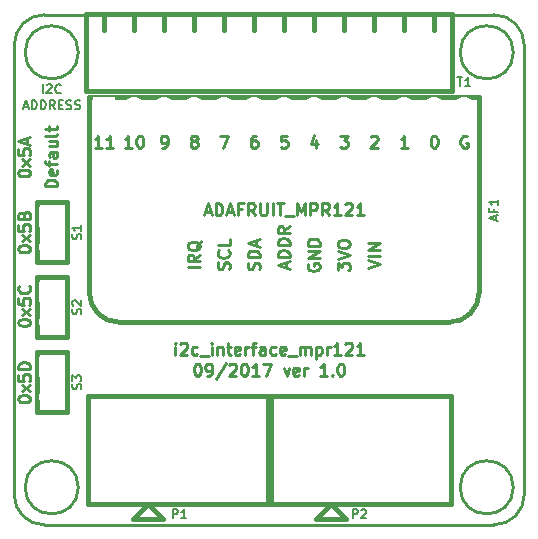
<source format=gto>
%TF.GenerationSoftware,KiCad,Pcbnew,no-vcs-found-427e5ec~60~ubuntu16.04.1*%
%TF.CreationDate,2017-09-22T14:20:22-04:00*%
%TF.ProjectId,i2c_interface_mpr121,6932635F696E746572666163655F6D70,1.0*%
%TF.SameCoordinates,Original*%
%TF.FileFunction,Legend,Top*%
%TF.FilePolarity,Positive*%
%FSLAX46Y46*%
G04 Gerber Fmt 4.6, Leading zero omitted, Abs format (unit mm)*
G04 Created by KiCad (PCBNEW no-vcs-found-427e5ec~60~ubuntu16.04.1) date Fri Sep 22 14:20:22 2017*
%MOMM*%
%LPD*%
G01*
G04 APERTURE LIST*
%ADD10C,0.254000*%
%ADD11C,0.190500*%
%ADD12C,0.228600*%
%ADD13C,0.381000*%
%ADD14R,1.625600X2.133600*%
%ADD15O,1.625600X2.133600*%
%ADD16C,3.250000*%
%ADD17O,1.854200X2.540000*%
%ADD18R,1.854200X2.540000*%
%ADD19O,1.905000X2.540000*%
%ADD20R,1.905000X2.540000*%
%ADD21O,2.286000X1.778000*%
%ADD22R,2.286000X1.778000*%
G04 APERTURE END LIST*
D10*
X101932619Y-115043857D02*
X101932619Y-114947095D01*
X101981000Y-114850333D01*
X102029380Y-114801952D01*
X102126142Y-114753571D01*
X102319666Y-114705190D01*
X102561571Y-114705190D01*
X102755095Y-114753571D01*
X102851857Y-114801952D01*
X102900238Y-114850333D01*
X102948619Y-114947095D01*
X102948619Y-115043857D01*
X102900238Y-115140619D01*
X102851857Y-115189000D01*
X102755095Y-115237380D01*
X102561571Y-115285761D01*
X102319666Y-115285761D01*
X102126142Y-115237380D01*
X102029380Y-115189000D01*
X101981000Y-115140619D01*
X101932619Y-115043857D01*
X102948619Y-114366523D02*
X102271285Y-113834333D01*
X102271285Y-114366523D02*
X102948619Y-113834333D01*
X101932619Y-112963476D02*
X101932619Y-113447285D01*
X102416428Y-113495666D01*
X102368047Y-113447285D01*
X102319666Y-113350523D01*
X102319666Y-113108619D01*
X102368047Y-113011857D01*
X102416428Y-112963476D01*
X102513190Y-112915095D01*
X102755095Y-112915095D01*
X102851857Y-112963476D01*
X102900238Y-113011857D01*
X102948619Y-113108619D01*
X102948619Y-113350523D01*
X102900238Y-113447285D01*
X102851857Y-113495666D01*
X102658333Y-112528047D02*
X102658333Y-112044238D01*
X102948619Y-112624809D02*
X101932619Y-112286142D01*
X102948619Y-111947476D01*
X101932619Y-134166428D02*
X101932619Y-134069666D01*
X101981000Y-133972904D01*
X102029380Y-133924523D01*
X102126142Y-133876142D01*
X102319666Y-133827761D01*
X102561571Y-133827761D01*
X102755095Y-133876142D01*
X102851857Y-133924523D01*
X102900238Y-133972904D01*
X102948619Y-134069666D01*
X102948619Y-134166428D01*
X102900238Y-134263190D01*
X102851857Y-134311571D01*
X102755095Y-134359952D01*
X102561571Y-134408333D01*
X102319666Y-134408333D01*
X102126142Y-134359952D01*
X102029380Y-134311571D01*
X101981000Y-134263190D01*
X101932619Y-134166428D01*
X102948619Y-133489095D02*
X102271285Y-132956904D01*
X102271285Y-133489095D02*
X102948619Y-132956904D01*
X101932619Y-132086047D02*
X101932619Y-132569857D01*
X102416428Y-132618238D01*
X102368047Y-132569857D01*
X102319666Y-132473095D01*
X102319666Y-132231190D01*
X102368047Y-132134428D01*
X102416428Y-132086047D01*
X102513190Y-132037666D01*
X102755095Y-132037666D01*
X102851857Y-132086047D01*
X102900238Y-132134428D01*
X102948619Y-132231190D01*
X102948619Y-132473095D01*
X102900238Y-132569857D01*
X102851857Y-132618238D01*
X102948619Y-131602238D02*
X101932619Y-131602238D01*
X101932619Y-131360333D01*
X101981000Y-131215190D01*
X102077761Y-131118428D01*
X102174523Y-131070047D01*
X102368047Y-131021666D01*
X102513190Y-131021666D01*
X102706714Y-131070047D01*
X102803476Y-131118428D01*
X102900238Y-131215190D01*
X102948619Y-131360333D01*
X102948619Y-131602238D01*
X101932619Y-121466428D02*
X101932619Y-121369666D01*
X101981000Y-121272904D01*
X102029380Y-121224523D01*
X102126142Y-121176142D01*
X102319666Y-121127761D01*
X102561571Y-121127761D01*
X102755095Y-121176142D01*
X102851857Y-121224523D01*
X102900238Y-121272904D01*
X102948619Y-121369666D01*
X102948619Y-121466428D01*
X102900238Y-121563190D01*
X102851857Y-121611571D01*
X102755095Y-121659952D01*
X102561571Y-121708333D01*
X102319666Y-121708333D01*
X102126142Y-121659952D01*
X102029380Y-121611571D01*
X101981000Y-121563190D01*
X101932619Y-121466428D01*
X102948619Y-120789095D02*
X102271285Y-120256904D01*
X102271285Y-120789095D02*
X102948619Y-120256904D01*
X101932619Y-119386047D02*
X101932619Y-119869857D01*
X102416428Y-119918238D01*
X102368047Y-119869857D01*
X102319666Y-119773095D01*
X102319666Y-119531190D01*
X102368047Y-119434428D01*
X102416428Y-119386047D01*
X102513190Y-119337666D01*
X102755095Y-119337666D01*
X102851857Y-119386047D01*
X102900238Y-119434428D01*
X102948619Y-119531190D01*
X102948619Y-119773095D01*
X102900238Y-119869857D01*
X102851857Y-119918238D01*
X102416428Y-118563571D02*
X102464809Y-118418428D01*
X102513190Y-118370047D01*
X102609952Y-118321666D01*
X102755095Y-118321666D01*
X102851857Y-118370047D01*
X102900238Y-118418428D01*
X102948619Y-118515190D01*
X102948619Y-118902238D01*
X101932619Y-118902238D01*
X101932619Y-118563571D01*
X101981000Y-118466809D01*
X102029380Y-118418428D01*
X102126142Y-118370047D01*
X102222904Y-118370047D01*
X102319666Y-118418428D01*
X102368047Y-118466809D01*
X102416428Y-118563571D01*
X102416428Y-118902238D01*
X105234619Y-116132428D02*
X104218619Y-116132428D01*
X104218619Y-115890523D01*
X104267000Y-115745380D01*
X104363761Y-115648619D01*
X104460523Y-115600238D01*
X104654047Y-115551857D01*
X104799190Y-115551857D01*
X104992714Y-115600238D01*
X105089476Y-115648619D01*
X105186238Y-115745380D01*
X105234619Y-115890523D01*
X105234619Y-116132428D01*
X105186238Y-114729380D02*
X105234619Y-114826142D01*
X105234619Y-115019666D01*
X105186238Y-115116428D01*
X105089476Y-115164809D01*
X104702428Y-115164809D01*
X104605666Y-115116428D01*
X104557285Y-115019666D01*
X104557285Y-114826142D01*
X104605666Y-114729380D01*
X104702428Y-114681000D01*
X104799190Y-114681000D01*
X104895952Y-115164809D01*
X104557285Y-114390714D02*
X104557285Y-114003666D01*
X105234619Y-114245571D02*
X104363761Y-114245571D01*
X104267000Y-114197190D01*
X104218619Y-114100428D01*
X104218619Y-114003666D01*
X105234619Y-113229571D02*
X104702428Y-113229571D01*
X104605666Y-113277952D01*
X104557285Y-113374714D01*
X104557285Y-113568238D01*
X104605666Y-113665000D01*
X105186238Y-113229571D02*
X105234619Y-113326333D01*
X105234619Y-113568238D01*
X105186238Y-113665000D01*
X105089476Y-113713380D01*
X104992714Y-113713380D01*
X104895952Y-113665000D01*
X104847571Y-113568238D01*
X104847571Y-113326333D01*
X104799190Y-113229571D01*
X104557285Y-112310333D02*
X105234619Y-112310333D01*
X104557285Y-112745761D02*
X105089476Y-112745761D01*
X105186238Y-112697380D01*
X105234619Y-112600619D01*
X105234619Y-112455476D01*
X105186238Y-112358714D01*
X105137857Y-112310333D01*
X105234619Y-111681380D02*
X105186238Y-111778142D01*
X105089476Y-111826523D01*
X104218619Y-111826523D01*
X104557285Y-111439476D02*
X104557285Y-111052428D01*
X104218619Y-111294333D02*
X105089476Y-111294333D01*
X105186238Y-111245952D01*
X105234619Y-111149190D01*
X105234619Y-111052428D01*
X101932619Y-127689428D02*
X101932619Y-127592666D01*
X101981000Y-127495904D01*
X102029380Y-127447523D01*
X102126142Y-127399142D01*
X102319666Y-127350761D01*
X102561571Y-127350761D01*
X102755095Y-127399142D01*
X102851857Y-127447523D01*
X102900238Y-127495904D01*
X102948619Y-127592666D01*
X102948619Y-127689428D01*
X102900238Y-127786190D01*
X102851857Y-127834571D01*
X102755095Y-127882952D01*
X102561571Y-127931333D01*
X102319666Y-127931333D01*
X102126142Y-127882952D01*
X102029380Y-127834571D01*
X101981000Y-127786190D01*
X101932619Y-127689428D01*
X102948619Y-127012095D02*
X102271285Y-126479904D01*
X102271285Y-127012095D02*
X102948619Y-126479904D01*
X101932619Y-125609047D02*
X101932619Y-126092857D01*
X102416428Y-126141238D01*
X102368047Y-126092857D01*
X102319666Y-125996095D01*
X102319666Y-125754190D01*
X102368047Y-125657428D01*
X102416428Y-125609047D01*
X102513190Y-125560666D01*
X102755095Y-125560666D01*
X102851857Y-125609047D01*
X102900238Y-125657428D01*
X102948619Y-125754190D01*
X102948619Y-125996095D01*
X102900238Y-126092857D01*
X102851857Y-126141238D01*
X102851857Y-124544666D02*
X102900238Y-124593047D01*
X102948619Y-124738190D01*
X102948619Y-124834952D01*
X102900238Y-124980095D01*
X102803476Y-125076857D01*
X102706714Y-125125238D01*
X102513190Y-125173619D01*
X102368047Y-125173619D01*
X102174523Y-125125238D01*
X102077761Y-125076857D01*
X101981000Y-124980095D01*
X101932619Y-124834952D01*
X101932619Y-124738190D01*
X101981000Y-124593047D01*
X102029380Y-124544666D01*
D11*
X104031142Y-108262964D02*
X104031142Y-107500964D01*
X104357714Y-107573535D02*
X104394000Y-107537250D01*
X104466571Y-107500964D01*
X104648000Y-107500964D01*
X104720571Y-107537250D01*
X104756857Y-107573535D01*
X104793142Y-107646107D01*
X104793142Y-107718678D01*
X104756857Y-107827535D01*
X104321428Y-108262964D01*
X104793142Y-108262964D01*
X105555142Y-108190392D02*
X105518857Y-108226678D01*
X105410000Y-108262964D01*
X105337428Y-108262964D01*
X105228571Y-108226678D01*
X105156000Y-108154107D01*
X105119714Y-108081535D01*
X105083428Y-107936392D01*
X105083428Y-107827535D01*
X105119714Y-107682392D01*
X105156000Y-107609821D01*
X105228571Y-107537250D01*
X105337428Y-107500964D01*
X105410000Y-107500964D01*
X105518857Y-107537250D01*
X105555142Y-107573535D01*
X102380142Y-109378750D02*
X102743000Y-109378750D01*
X102307571Y-109596464D02*
X102561571Y-108834464D01*
X102815571Y-109596464D01*
X103069571Y-109596464D02*
X103069571Y-108834464D01*
X103251000Y-108834464D01*
X103359857Y-108870750D01*
X103432428Y-108943321D01*
X103468714Y-109015892D01*
X103505000Y-109161035D01*
X103505000Y-109269892D01*
X103468714Y-109415035D01*
X103432428Y-109487607D01*
X103359857Y-109560178D01*
X103251000Y-109596464D01*
X103069571Y-109596464D01*
X103831571Y-109596464D02*
X103831571Y-108834464D01*
X104013000Y-108834464D01*
X104121857Y-108870750D01*
X104194428Y-108943321D01*
X104230714Y-109015892D01*
X104267000Y-109161035D01*
X104267000Y-109269892D01*
X104230714Y-109415035D01*
X104194428Y-109487607D01*
X104121857Y-109560178D01*
X104013000Y-109596464D01*
X103831571Y-109596464D01*
X105029000Y-109596464D02*
X104775000Y-109233607D01*
X104593571Y-109596464D02*
X104593571Y-108834464D01*
X104883857Y-108834464D01*
X104956428Y-108870750D01*
X104992714Y-108907035D01*
X105029000Y-108979607D01*
X105029000Y-109088464D01*
X104992714Y-109161035D01*
X104956428Y-109197321D01*
X104883857Y-109233607D01*
X104593571Y-109233607D01*
X105355571Y-109197321D02*
X105609571Y-109197321D01*
X105718428Y-109596464D02*
X105355571Y-109596464D01*
X105355571Y-108834464D01*
X105718428Y-108834464D01*
X106008714Y-109560178D02*
X106117571Y-109596464D01*
X106299000Y-109596464D01*
X106371571Y-109560178D01*
X106407857Y-109523892D01*
X106444142Y-109451321D01*
X106444142Y-109378750D01*
X106407857Y-109306178D01*
X106371571Y-109269892D01*
X106299000Y-109233607D01*
X106153857Y-109197321D01*
X106081285Y-109161035D01*
X106045000Y-109124750D01*
X106008714Y-109052178D01*
X106008714Y-108979607D01*
X106045000Y-108907035D01*
X106081285Y-108870750D01*
X106153857Y-108834464D01*
X106335285Y-108834464D01*
X106444142Y-108870750D01*
X106734428Y-109560178D02*
X106843285Y-109596464D01*
X107024714Y-109596464D01*
X107097285Y-109560178D01*
X107133571Y-109523892D01*
X107169857Y-109451321D01*
X107169857Y-109378750D01*
X107133571Y-109306178D01*
X107097285Y-109269892D01*
X107024714Y-109233607D01*
X106879571Y-109197321D01*
X106807000Y-109161035D01*
X106770714Y-109124750D01*
X106734428Y-109052178D01*
X106734428Y-108979607D01*
X106770714Y-108907035D01*
X106807000Y-108870750D01*
X106879571Y-108834464D01*
X107061000Y-108834464D01*
X107169857Y-108870750D01*
D12*
X142240000Y-101600000D02*
X104140000Y-101600000D01*
X144780000Y-142240000D02*
X144780000Y-104140000D01*
X104140000Y-144780000D02*
X142240000Y-144780000D01*
X101600000Y-104140000D02*
X101600000Y-142240000D01*
X144780000Y-104140000D02*
G75*
G03X142240000Y-101600000I-2540000J0D01*
G01*
X142240000Y-144780000D02*
G75*
G03X144780000Y-142240000I0J2540000D01*
G01*
X101600000Y-142240000D02*
G75*
G03X104140000Y-144780000I2540000J0D01*
G01*
X104140000Y-101600000D02*
G75*
G03X101600000Y-104140000I0J-2540000D01*
G01*
D10*
X115231333Y-130380619D02*
X115231333Y-129703285D01*
X115231333Y-129364619D02*
X115182952Y-129413000D01*
X115231333Y-129461380D01*
X115279714Y-129413000D01*
X115231333Y-129364619D01*
X115231333Y-129461380D01*
X115666761Y-129461380D02*
X115715142Y-129413000D01*
X115811904Y-129364619D01*
X116053809Y-129364619D01*
X116150571Y-129413000D01*
X116198952Y-129461380D01*
X116247333Y-129558142D01*
X116247333Y-129654904D01*
X116198952Y-129800047D01*
X115618380Y-130380619D01*
X116247333Y-130380619D01*
X117118190Y-130332238D02*
X117021428Y-130380619D01*
X116827904Y-130380619D01*
X116731142Y-130332238D01*
X116682761Y-130283857D01*
X116634380Y-130187095D01*
X116634380Y-129896809D01*
X116682761Y-129800047D01*
X116731142Y-129751666D01*
X116827904Y-129703285D01*
X117021428Y-129703285D01*
X117118190Y-129751666D01*
X117311714Y-130477380D02*
X118085809Y-130477380D01*
X118327714Y-130380619D02*
X118327714Y-129703285D01*
X118327714Y-129364619D02*
X118279333Y-129413000D01*
X118327714Y-129461380D01*
X118376095Y-129413000D01*
X118327714Y-129364619D01*
X118327714Y-129461380D01*
X118811523Y-129703285D02*
X118811523Y-130380619D01*
X118811523Y-129800047D02*
X118859904Y-129751666D01*
X118956666Y-129703285D01*
X119101809Y-129703285D01*
X119198571Y-129751666D01*
X119246952Y-129848428D01*
X119246952Y-130380619D01*
X119585619Y-129703285D02*
X119972666Y-129703285D01*
X119730761Y-129364619D02*
X119730761Y-130235476D01*
X119779142Y-130332238D01*
X119875904Y-130380619D01*
X119972666Y-130380619D01*
X120698380Y-130332238D02*
X120601619Y-130380619D01*
X120408095Y-130380619D01*
X120311333Y-130332238D01*
X120262952Y-130235476D01*
X120262952Y-129848428D01*
X120311333Y-129751666D01*
X120408095Y-129703285D01*
X120601619Y-129703285D01*
X120698380Y-129751666D01*
X120746761Y-129848428D01*
X120746761Y-129945190D01*
X120262952Y-130041952D01*
X121182190Y-130380619D02*
X121182190Y-129703285D01*
X121182190Y-129896809D02*
X121230571Y-129800047D01*
X121278952Y-129751666D01*
X121375714Y-129703285D01*
X121472476Y-129703285D01*
X121666000Y-129703285D02*
X122053047Y-129703285D01*
X121811142Y-130380619D02*
X121811142Y-129509761D01*
X121859523Y-129413000D01*
X121956285Y-129364619D01*
X122053047Y-129364619D01*
X122827142Y-130380619D02*
X122827142Y-129848428D01*
X122778761Y-129751666D01*
X122682000Y-129703285D01*
X122488476Y-129703285D01*
X122391714Y-129751666D01*
X122827142Y-130332238D02*
X122730380Y-130380619D01*
X122488476Y-130380619D01*
X122391714Y-130332238D01*
X122343333Y-130235476D01*
X122343333Y-130138714D01*
X122391714Y-130041952D01*
X122488476Y-129993571D01*
X122730380Y-129993571D01*
X122827142Y-129945190D01*
X123746380Y-130332238D02*
X123649619Y-130380619D01*
X123456095Y-130380619D01*
X123359333Y-130332238D01*
X123310952Y-130283857D01*
X123262571Y-130187095D01*
X123262571Y-129896809D01*
X123310952Y-129800047D01*
X123359333Y-129751666D01*
X123456095Y-129703285D01*
X123649619Y-129703285D01*
X123746380Y-129751666D01*
X124568857Y-130332238D02*
X124472095Y-130380619D01*
X124278571Y-130380619D01*
X124181809Y-130332238D01*
X124133428Y-130235476D01*
X124133428Y-129848428D01*
X124181809Y-129751666D01*
X124278571Y-129703285D01*
X124472095Y-129703285D01*
X124568857Y-129751666D01*
X124617238Y-129848428D01*
X124617238Y-129945190D01*
X124133428Y-130041952D01*
X124810761Y-130477380D02*
X125584857Y-130477380D01*
X125826761Y-130380619D02*
X125826761Y-129703285D01*
X125826761Y-129800047D02*
X125875142Y-129751666D01*
X125971904Y-129703285D01*
X126117047Y-129703285D01*
X126213809Y-129751666D01*
X126262190Y-129848428D01*
X126262190Y-130380619D01*
X126262190Y-129848428D02*
X126310571Y-129751666D01*
X126407333Y-129703285D01*
X126552476Y-129703285D01*
X126649238Y-129751666D01*
X126697619Y-129848428D01*
X126697619Y-130380619D01*
X127181428Y-129703285D02*
X127181428Y-130719285D01*
X127181428Y-129751666D02*
X127278190Y-129703285D01*
X127471714Y-129703285D01*
X127568476Y-129751666D01*
X127616857Y-129800047D01*
X127665238Y-129896809D01*
X127665238Y-130187095D01*
X127616857Y-130283857D01*
X127568476Y-130332238D01*
X127471714Y-130380619D01*
X127278190Y-130380619D01*
X127181428Y-130332238D01*
X128100666Y-130380619D02*
X128100666Y-129703285D01*
X128100666Y-129896809D02*
X128149047Y-129800047D01*
X128197428Y-129751666D01*
X128294190Y-129703285D01*
X128390952Y-129703285D01*
X129261809Y-130380619D02*
X128681238Y-130380619D01*
X128971523Y-130380619D02*
X128971523Y-129364619D01*
X128874761Y-129509761D01*
X128778000Y-129606523D01*
X128681238Y-129654904D01*
X129648857Y-129461380D02*
X129697238Y-129413000D01*
X129794000Y-129364619D01*
X130035904Y-129364619D01*
X130132666Y-129413000D01*
X130181047Y-129461380D01*
X130229428Y-129558142D01*
X130229428Y-129654904D01*
X130181047Y-129800047D01*
X129600476Y-130380619D01*
X130229428Y-130380619D01*
X131197047Y-130380619D02*
X130616476Y-130380619D01*
X130906761Y-130380619D02*
X130906761Y-129364619D01*
X130810000Y-129509761D01*
X130713238Y-129606523D01*
X130616476Y-129654904D01*
X117069809Y-131142619D02*
X117166571Y-131142619D01*
X117263333Y-131191000D01*
X117311714Y-131239380D01*
X117360095Y-131336142D01*
X117408476Y-131529666D01*
X117408476Y-131771571D01*
X117360095Y-131965095D01*
X117311714Y-132061857D01*
X117263333Y-132110238D01*
X117166571Y-132158619D01*
X117069809Y-132158619D01*
X116973047Y-132110238D01*
X116924666Y-132061857D01*
X116876285Y-131965095D01*
X116827904Y-131771571D01*
X116827904Y-131529666D01*
X116876285Y-131336142D01*
X116924666Y-131239380D01*
X116973047Y-131191000D01*
X117069809Y-131142619D01*
X117892285Y-132158619D02*
X118085809Y-132158619D01*
X118182571Y-132110238D01*
X118230952Y-132061857D01*
X118327714Y-131916714D01*
X118376095Y-131723190D01*
X118376095Y-131336142D01*
X118327714Y-131239380D01*
X118279333Y-131191000D01*
X118182571Y-131142619D01*
X117989047Y-131142619D01*
X117892285Y-131191000D01*
X117843904Y-131239380D01*
X117795523Y-131336142D01*
X117795523Y-131578047D01*
X117843904Y-131674809D01*
X117892285Y-131723190D01*
X117989047Y-131771571D01*
X118182571Y-131771571D01*
X118279333Y-131723190D01*
X118327714Y-131674809D01*
X118376095Y-131578047D01*
X119537238Y-131094238D02*
X118666380Y-132400523D01*
X119827523Y-131239380D02*
X119875904Y-131191000D01*
X119972666Y-131142619D01*
X120214571Y-131142619D01*
X120311333Y-131191000D01*
X120359714Y-131239380D01*
X120408095Y-131336142D01*
X120408095Y-131432904D01*
X120359714Y-131578047D01*
X119779142Y-132158619D01*
X120408095Y-132158619D01*
X121037047Y-131142619D02*
X121133809Y-131142619D01*
X121230571Y-131191000D01*
X121278952Y-131239380D01*
X121327333Y-131336142D01*
X121375714Y-131529666D01*
X121375714Y-131771571D01*
X121327333Y-131965095D01*
X121278952Y-132061857D01*
X121230571Y-132110238D01*
X121133809Y-132158619D01*
X121037047Y-132158619D01*
X120940285Y-132110238D01*
X120891904Y-132061857D01*
X120843523Y-131965095D01*
X120795142Y-131771571D01*
X120795142Y-131529666D01*
X120843523Y-131336142D01*
X120891904Y-131239380D01*
X120940285Y-131191000D01*
X121037047Y-131142619D01*
X122343333Y-132158619D02*
X121762761Y-132158619D01*
X122053047Y-132158619D02*
X122053047Y-131142619D01*
X121956285Y-131287761D01*
X121859523Y-131384523D01*
X121762761Y-131432904D01*
X122682000Y-131142619D02*
X123359333Y-131142619D01*
X122923904Y-132158619D01*
X124423714Y-131481285D02*
X124665619Y-132158619D01*
X124907523Y-131481285D01*
X125681619Y-132110238D02*
X125584857Y-132158619D01*
X125391333Y-132158619D01*
X125294571Y-132110238D01*
X125246190Y-132013476D01*
X125246190Y-131626428D01*
X125294571Y-131529666D01*
X125391333Y-131481285D01*
X125584857Y-131481285D01*
X125681619Y-131529666D01*
X125730000Y-131626428D01*
X125730000Y-131723190D01*
X125246190Y-131819952D01*
X126165428Y-132158619D02*
X126165428Y-131481285D01*
X126165428Y-131674809D02*
X126213809Y-131578047D01*
X126262190Y-131529666D01*
X126358952Y-131481285D01*
X126455714Y-131481285D01*
X128100666Y-132158619D02*
X127520095Y-132158619D01*
X127810380Y-132158619D02*
X127810380Y-131142619D01*
X127713619Y-131287761D01*
X127616857Y-131384523D01*
X127520095Y-131432904D01*
X128536095Y-132061857D02*
X128584476Y-132110238D01*
X128536095Y-132158619D01*
X128487714Y-132110238D01*
X128536095Y-132061857D01*
X128536095Y-132158619D01*
X129213428Y-131142619D02*
X129310190Y-131142619D01*
X129406952Y-131191000D01*
X129455333Y-131239380D01*
X129503714Y-131336142D01*
X129552095Y-131529666D01*
X129552095Y-131771571D01*
X129503714Y-131965095D01*
X129455333Y-132061857D01*
X129406952Y-132110238D01*
X129310190Y-132158619D01*
X129213428Y-132158619D01*
X129116666Y-132110238D01*
X129068285Y-132061857D01*
X129019904Y-131965095D01*
X128971523Y-131771571D01*
X128971523Y-131529666D01*
X129019904Y-131336142D01*
X129068285Y-131239380D01*
X129116666Y-131191000D01*
X129213428Y-131142619D01*
D13*
%TO.C,P1*%
X123063000Y-133858000D02*
X107823000Y-133858000D01*
X107823000Y-143002000D02*
X123063000Y-143002000D01*
X123063000Y-143002000D02*
X123063000Y-133858000D01*
X107823000Y-143002000D02*
X107823000Y-133858000D01*
X112903000Y-143002000D02*
X111633000Y-144272000D01*
X111633000Y-144272000D02*
X114173000Y-144272000D01*
X114173000Y-144272000D02*
X112903000Y-143002000D01*
%TO.C,P2*%
X129667000Y-144272000D02*
X128397000Y-143002000D01*
X127127000Y-144272000D02*
X129667000Y-144272000D01*
X128397000Y-143002000D02*
X127127000Y-144272000D01*
X123317000Y-143002000D02*
X123317000Y-133858000D01*
X138557000Y-143002000D02*
X138557000Y-133858000D01*
X123317000Y-143002000D02*
X138557000Y-143002000D01*
X138557000Y-133858000D02*
X123317000Y-133858000D01*
D12*
%TO.C,SO1*%
X107025000Y-104775000D02*
G75*
G03X107025000Y-104775000I-2250000J0D01*
G01*
%TO.C,SO2*%
X107025000Y-141605000D02*
G75*
G03X107025000Y-141605000I-2250000J0D01*
G01*
%TO.C,SO3*%
X143855000Y-141605000D02*
G75*
G03X143855000Y-141605000I-2250000J0D01*
G01*
%TO.C,SO4*%
X143855000Y-104775000D02*
G75*
G03X143855000Y-104775000I-2250000J0D01*
G01*
D13*
%TO.C,AF1*%
X140970000Y-125095000D02*
X140970000Y-108585000D01*
X110490000Y-127635000D02*
X138430000Y-127635000D01*
X107950000Y-108585000D02*
X107950000Y-125095000D01*
X138430000Y-127635000D02*
G75*
G03X140970000Y-125095000I0J2540000D01*
G01*
X107950000Y-125095000D02*
G75*
G03X110490000Y-127635000I2540000J0D01*
G01*
X107950000Y-108585000D02*
X140970000Y-108585000D01*
%TO.C,T1*%
X107720000Y-101575000D02*
X138660000Y-101575000D01*
X138660000Y-101575000D02*
X138660000Y-108075000D01*
X107720000Y-108075000D02*
X138660000Y-108075000D01*
X107720000Y-101575000D02*
X107720000Y-108075000D01*
X137160000Y-102870000D02*
X137160000Y-101600000D01*
X134620000Y-102870000D02*
X134620000Y-101600000D01*
X132080000Y-102870000D02*
X132080000Y-101600000D01*
X129540000Y-102870000D02*
X129540000Y-101600000D01*
X127000000Y-102870000D02*
X127000000Y-101600000D01*
X124460000Y-102870000D02*
X124460000Y-101600000D01*
X121920000Y-102870000D02*
X121920000Y-101600000D01*
X119380000Y-102870000D02*
X119380000Y-101600000D01*
X116840000Y-102870000D02*
X116840000Y-101600000D01*
X114300000Y-102870000D02*
X114300000Y-101600000D01*
X111760000Y-102870000D02*
X111760000Y-101600000D01*
X109220000Y-102870000D02*
X109220000Y-101600000D01*
%TO.C,S1*%
X103505000Y-117475000D02*
X103505000Y-122555000D01*
X106045000Y-117475000D02*
X103505000Y-117475000D01*
X106045000Y-122555000D02*
X106045000Y-117475000D01*
X103505000Y-122555000D02*
X106045000Y-122555000D01*
%TO.C,S2*%
X103505000Y-128905000D02*
X106045000Y-128905000D01*
X106045000Y-128905000D02*
X106045000Y-123825000D01*
X106045000Y-123825000D02*
X103505000Y-123825000D01*
X103505000Y-123825000D02*
X103505000Y-128905000D01*
%TO.C,S3*%
X103505000Y-130175000D02*
X103505000Y-135255000D01*
X106045000Y-130175000D02*
X103505000Y-130175000D01*
X106045000Y-135255000D02*
X106045000Y-130175000D01*
X103505000Y-135255000D02*
X106045000Y-135255000D01*
%TD*%
%TO.C,P1*%
D11*
X115007571Y-144235714D02*
X115007571Y-143473714D01*
X115297857Y-143473714D01*
X115370428Y-143510000D01*
X115406714Y-143546285D01*
X115443000Y-143618857D01*
X115443000Y-143727714D01*
X115406714Y-143800285D01*
X115370428Y-143836571D01*
X115297857Y-143872857D01*
X115007571Y-143872857D01*
X116168714Y-144235714D02*
X115733285Y-144235714D01*
X115951000Y-144235714D02*
X115951000Y-143473714D01*
X115878428Y-143582571D01*
X115805857Y-143655142D01*
X115733285Y-143691428D01*
%TO.C,P2*%
X130247571Y-144235714D02*
X130247571Y-143473714D01*
X130537857Y-143473714D01*
X130610428Y-143510000D01*
X130646714Y-143546285D01*
X130683000Y-143618857D01*
X130683000Y-143727714D01*
X130646714Y-143800285D01*
X130610428Y-143836571D01*
X130537857Y-143872857D01*
X130247571Y-143872857D01*
X130973285Y-143546285D02*
X131009571Y-143510000D01*
X131082142Y-143473714D01*
X131263571Y-143473714D01*
X131336142Y-143510000D01*
X131372428Y-143546285D01*
X131408714Y-143618857D01*
X131408714Y-143691428D01*
X131372428Y-143800285D01*
X130937000Y-144235714D01*
X131408714Y-144235714D01*
%TO.C,AF1*%
X142367000Y-118980857D02*
X142367000Y-118618000D01*
X142584714Y-119053428D02*
X141822714Y-118799428D01*
X142584714Y-118545428D01*
X142185571Y-118037428D02*
X142185571Y-118291428D01*
X142584714Y-118291428D02*
X141822714Y-118291428D01*
X141822714Y-117928571D01*
X142584714Y-117239142D02*
X142584714Y-117674571D01*
X142584714Y-117456857D02*
X141822714Y-117456857D01*
X141931571Y-117529428D01*
X142004142Y-117602000D01*
X142040428Y-117674571D01*
D10*
X117735047Y-118279333D02*
X118218857Y-118279333D01*
X117638285Y-118569619D02*
X117976952Y-117553619D01*
X118315619Y-118569619D01*
X118654285Y-118569619D02*
X118654285Y-117553619D01*
X118896190Y-117553619D01*
X119041333Y-117602000D01*
X119138095Y-117698761D01*
X119186476Y-117795523D01*
X119234857Y-117989047D01*
X119234857Y-118134190D01*
X119186476Y-118327714D01*
X119138095Y-118424476D01*
X119041333Y-118521238D01*
X118896190Y-118569619D01*
X118654285Y-118569619D01*
X119621904Y-118279333D02*
X120105714Y-118279333D01*
X119525142Y-118569619D02*
X119863809Y-117553619D01*
X120202476Y-118569619D01*
X120879809Y-118037428D02*
X120541142Y-118037428D01*
X120541142Y-118569619D02*
X120541142Y-117553619D01*
X121024952Y-117553619D01*
X121992571Y-118569619D02*
X121653904Y-118085809D01*
X121412000Y-118569619D02*
X121412000Y-117553619D01*
X121799047Y-117553619D01*
X121895809Y-117602000D01*
X121944190Y-117650380D01*
X121992571Y-117747142D01*
X121992571Y-117892285D01*
X121944190Y-117989047D01*
X121895809Y-118037428D01*
X121799047Y-118085809D01*
X121412000Y-118085809D01*
X122428000Y-117553619D02*
X122428000Y-118376095D01*
X122476380Y-118472857D01*
X122524761Y-118521238D01*
X122621523Y-118569619D01*
X122815047Y-118569619D01*
X122911809Y-118521238D01*
X122960190Y-118472857D01*
X123008571Y-118376095D01*
X123008571Y-117553619D01*
X123492380Y-118569619D02*
X123492380Y-117553619D01*
X123831047Y-117553619D02*
X124411619Y-117553619D01*
X124121333Y-118569619D02*
X124121333Y-117553619D01*
X124508380Y-118666380D02*
X125282476Y-118666380D01*
X125524380Y-118569619D02*
X125524380Y-117553619D01*
X125863047Y-118279333D01*
X126201714Y-117553619D01*
X126201714Y-118569619D01*
X126685523Y-118569619D02*
X126685523Y-117553619D01*
X127072571Y-117553619D01*
X127169333Y-117602000D01*
X127217714Y-117650380D01*
X127266095Y-117747142D01*
X127266095Y-117892285D01*
X127217714Y-117989047D01*
X127169333Y-118037428D01*
X127072571Y-118085809D01*
X126685523Y-118085809D01*
X128282095Y-118569619D02*
X127943428Y-118085809D01*
X127701523Y-118569619D02*
X127701523Y-117553619D01*
X128088571Y-117553619D01*
X128185333Y-117602000D01*
X128233714Y-117650380D01*
X128282095Y-117747142D01*
X128282095Y-117892285D01*
X128233714Y-117989047D01*
X128185333Y-118037428D01*
X128088571Y-118085809D01*
X127701523Y-118085809D01*
X129249714Y-118569619D02*
X128669142Y-118569619D01*
X128959428Y-118569619D02*
X128959428Y-117553619D01*
X128862666Y-117698761D01*
X128765904Y-117795523D01*
X128669142Y-117843904D01*
X129636761Y-117650380D02*
X129685142Y-117602000D01*
X129781904Y-117553619D01*
X130023809Y-117553619D01*
X130120571Y-117602000D01*
X130168952Y-117650380D01*
X130217333Y-117747142D01*
X130217333Y-117843904D01*
X130168952Y-117989047D01*
X129588380Y-118569619D01*
X130217333Y-118569619D01*
X131184952Y-118569619D02*
X130604380Y-118569619D01*
X130894666Y-118569619D02*
X130894666Y-117553619D01*
X130797904Y-117698761D01*
X130701142Y-117795523D01*
X130604380Y-117843904D01*
X117299619Y-122960190D02*
X116283619Y-122960190D01*
X117299619Y-121895809D02*
X116815809Y-122234476D01*
X117299619Y-122476380D02*
X116283619Y-122476380D01*
X116283619Y-122089333D01*
X116332000Y-121992571D01*
X116380380Y-121944190D01*
X116477142Y-121895809D01*
X116622285Y-121895809D01*
X116719047Y-121944190D01*
X116767428Y-121992571D01*
X116815809Y-122089333D01*
X116815809Y-122476380D01*
X117396380Y-120783047D02*
X117348000Y-120879809D01*
X117251238Y-120976571D01*
X117106095Y-121121714D01*
X117057714Y-121218476D01*
X117057714Y-121315238D01*
X117299619Y-121266857D02*
X117251238Y-121363619D01*
X117154476Y-121460380D01*
X116960952Y-121508761D01*
X116622285Y-121508761D01*
X116428761Y-121460380D01*
X116332000Y-121363619D01*
X116283619Y-121266857D01*
X116283619Y-121073333D01*
X116332000Y-120976571D01*
X116428761Y-120879809D01*
X116622285Y-120831428D01*
X116960952Y-120831428D01*
X117154476Y-120879809D01*
X117251238Y-120976571D01*
X117299619Y-121073333D01*
X117299619Y-121266857D01*
X119791238Y-123129523D02*
X119839619Y-122984380D01*
X119839619Y-122742476D01*
X119791238Y-122645714D01*
X119742857Y-122597333D01*
X119646095Y-122548952D01*
X119549333Y-122548952D01*
X119452571Y-122597333D01*
X119404190Y-122645714D01*
X119355809Y-122742476D01*
X119307428Y-122936000D01*
X119259047Y-123032761D01*
X119210666Y-123081142D01*
X119113904Y-123129523D01*
X119017142Y-123129523D01*
X118920380Y-123081142D01*
X118872000Y-123032761D01*
X118823619Y-122936000D01*
X118823619Y-122694095D01*
X118872000Y-122548952D01*
X119742857Y-121532952D02*
X119791238Y-121581333D01*
X119839619Y-121726476D01*
X119839619Y-121823238D01*
X119791238Y-121968380D01*
X119694476Y-122065142D01*
X119597714Y-122113523D01*
X119404190Y-122161904D01*
X119259047Y-122161904D01*
X119065523Y-122113523D01*
X118968761Y-122065142D01*
X118872000Y-121968380D01*
X118823619Y-121823238D01*
X118823619Y-121726476D01*
X118872000Y-121581333D01*
X118920380Y-121532952D01*
X119839619Y-120613714D02*
X119839619Y-121097523D01*
X118823619Y-121097523D01*
X122331238Y-123153714D02*
X122379619Y-123008571D01*
X122379619Y-122766666D01*
X122331238Y-122669904D01*
X122282857Y-122621523D01*
X122186095Y-122573142D01*
X122089333Y-122573142D01*
X121992571Y-122621523D01*
X121944190Y-122669904D01*
X121895809Y-122766666D01*
X121847428Y-122960190D01*
X121799047Y-123056952D01*
X121750666Y-123105333D01*
X121653904Y-123153714D01*
X121557142Y-123153714D01*
X121460380Y-123105333D01*
X121412000Y-123056952D01*
X121363619Y-122960190D01*
X121363619Y-122718285D01*
X121412000Y-122573142D01*
X122379619Y-122137714D02*
X121363619Y-122137714D01*
X121363619Y-121895809D01*
X121412000Y-121750666D01*
X121508761Y-121653904D01*
X121605523Y-121605523D01*
X121799047Y-121557142D01*
X121944190Y-121557142D01*
X122137714Y-121605523D01*
X122234476Y-121653904D01*
X122331238Y-121750666D01*
X122379619Y-121895809D01*
X122379619Y-122137714D01*
X122089333Y-121170095D02*
X122089333Y-120686285D01*
X122379619Y-121266857D02*
X121363619Y-120928190D01*
X122379619Y-120589523D01*
X124629333Y-123050904D02*
X124629333Y-122567095D01*
X124919619Y-123147666D02*
X123903619Y-122809000D01*
X124919619Y-122470333D01*
X124919619Y-122131666D02*
X123903619Y-122131666D01*
X123903619Y-121889761D01*
X123952000Y-121744619D01*
X124048761Y-121647857D01*
X124145523Y-121599476D01*
X124339047Y-121551095D01*
X124484190Y-121551095D01*
X124677714Y-121599476D01*
X124774476Y-121647857D01*
X124871238Y-121744619D01*
X124919619Y-121889761D01*
X124919619Y-122131666D01*
X124919619Y-121115666D02*
X123903619Y-121115666D01*
X123903619Y-120873761D01*
X123952000Y-120728619D01*
X124048761Y-120631857D01*
X124145523Y-120583476D01*
X124339047Y-120535095D01*
X124484190Y-120535095D01*
X124677714Y-120583476D01*
X124774476Y-120631857D01*
X124871238Y-120728619D01*
X124919619Y-120873761D01*
X124919619Y-121115666D01*
X124919619Y-119519095D02*
X124435809Y-119857761D01*
X124919619Y-120099666D02*
X123903619Y-120099666D01*
X123903619Y-119712619D01*
X123952000Y-119615857D01*
X124000380Y-119567476D01*
X124097142Y-119519095D01*
X124242285Y-119519095D01*
X124339047Y-119567476D01*
X124387428Y-119615857D01*
X124435809Y-119712619D01*
X124435809Y-120099666D01*
X126492000Y-122694095D02*
X126443619Y-122790857D01*
X126443619Y-122936000D01*
X126492000Y-123081142D01*
X126588761Y-123177904D01*
X126685523Y-123226285D01*
X126879047Y-123274666D01*
X127024190Y-123274666D01*
X127217714Y-123226285D01*
X127314476Y-123177904D01*
X127411238Y-123081142D01*
X127459619Y-122936000D01*
X127459619Y-122839238D01*
X127411238Y-122694095D01*
X127362857Y-122645714D01*
X127024190Y-122645714D01*
X127024190Y-122839238D01*
X127459619Y-122210285D02*
X126443619Y-122210285D01*
X127459619Y-121629714D01*
X126443619Y-121629714D01*
X127459619Y-121145904D02*
X126443619Y-121145904D01*
X126443619Y-120904000D01*
X126492000Y-120758857D01*
X126588761Y-120662095D01*
X126685523Y-120613714D01*
X126879047Y-120565333D01*
X127024190Y-120565333D01*
X127217714Y-120613714D01*
X127314476Y-120662095D01*
X127411238Y-120758857D01*
X127459619Y-120904000D01*
X127459619Y-121145904D01*
X128983619Y-123226285D02*
X128983619Y-122597333D01*
X129370666Y-122936000D01*
X129370666Y-122790857D01*
X129419047Y-122694095D01*
X129467428Y-122645714D01*
X129564190Y-122597333D01*
X129806095Y-122597333D01*
X129902857Y-122645714D01*
X129951238Y-122694095D01*
X129999619Y-122790857D01*
X129999619Y-123081142D01*
X129951238Y-123177904D01*
X129902857Y-123226285D01*
X128983619Y-122307047D02*
X129999619Y-121968380D01*
X128983619Y-121629714D01*
X128983619Y-121097523D02*
X128983619Y-120904000D01*
X129032000Y-120807238D01*
X129128761Y-120710476D01*
X129322285Y-120662095D01*
X129660952Y-120662095D01*
X129854476Y-120710476D01*
X129951238Y-120807238D01*
X129999619Y-120904000D01*
X129999619Y-121097523D01*
X129951238Y-121194285D01*
X129854476Y-121291047D01*
X129660952Y-121339428D01*
X129322285Y-121339428D01*
X129128761Y-121291047D01*
X129032000Y-121194285D01*
X128983619Y-121097523D01*
X131523619Y-123032761D02*
X132539619Y-122694095D01*
X131523619Y-122355428D01*
X132539619Y-122016761D02*
X131523619Y-122016761D01*
X132539619Y-121532952D02*
X131523619Y-121532952D01*
X132539619Y-120952380D01*
X131523619Y-120952380D01*
X109026476Y-112854619D02*
X108445904Y-112854619D01*
X108736190Y-112854619D02*
X108736190Y-111838619D01*
X108639428Y-111983761D01*
X108542666Y-112080523D01*
X108445904Y-112128904D01*
X109994095Y-112854619D02*
X109413523Y-112854619D01*
X109703809Y-112854619D02*
X109703809Y-111838619D01*
X109607047Y-111983761D01*
X109510285Y-112080523D01*
X109413523Y-112128904D01*
X111566476Y-112854619D02*
X110985904Y-112854619D01*
X111276190Y-112854619D02*
X111276190Y-111838619D01*
X111179428Y-111983761D01*
X111082666Y-112080523D01*
X110985904Y-112128904D01*
X112195428Y-111838619D02*
X112292190Y-111838619D01*
X112388952Y-111887000D01*
X112437333Y-111935380D01*
X112485714Y-112032142D01*
X112534095Y-112225666D01*
X112534095Y-112467571D01*
X112485714Y-112661095D01*
X112437333Y-112757857D01*
X112388952Y-112806238D01*
X112292190Y-112854619D01*
X112195428Y-112854619D01*
X112098666Y-112806238D01*
X112050285Y-112757857D01*
X112001904Y-112661095D01*
X111953523Y-112467571D01*
X111953523Y-112225666D01*
X112001904Y-112032142D01*
X112050285Y-111935380D01*
X112098666Y-111887000D01*
X112195428Y-111838619D01*
X114106476Y-112854619D02*
X114300000Y-112854619D01*
X114396761Y-112806238D01*
X114445142Y-112757857D01*
X114541904Y-112612714D01*
X114590285Y-112419190D01*
X114590285Y-112032142D01*
X114541904Y-111935380D01*
X114493523Y-111887000D01*
X114396761Y-111838619D01*
X114203238Y-111838619D01*
X114106476Y-111887000D01*
X114058095Y-111935380D01*
X114009714Y-112032142D01*
X114009714Y-112274047D01*
X114058095Y-112370809D01*
X114106476Y-112419190D01*
X114203238Y-112467571D01*
X114396761Y-112467571D01*
X114493523Y-112419190D01*
X114541904Y-112370809D01*
X114590285Y-112274047D01*
X116743238Y-112274047D02*
X116646476Y-112225666D01*
X116598095Y-112177285D01*
X116549714Y-112080523D01*
X116549714Y-112032142D01*
X116598095Y-111935380D01*
X116646476Y-111887000D01*
X116743238Y-111838619D01*
X116936761Y-111838619D01*
X117033523Y-111887000D01*
X117081904Y-111935380D01*
X117130285Y-112032142D01*
X117130285Y-112080523D01*
X117081904Y-112177285D01*
X117033523Y-112225666D01*
X116936761Y-112274047D01*
X116743238Y-112274047D01*
X116646476Y-112322428D01*
X116598095Y-112370809D01*
X116549714Y-112467571D01*
X116549714Y-112661095D01*
X116598095Y-112757857D01*
X116646476Y-112806238D01*
X116743238Y-112854619D01*
X116936761Y-112854619D01*
X117033523Y-112806238D01*
X117081904Y-112757857D01*
X117130285Y-112661095D01*
X117130285Y-112467571D01*
X117081904Y-112370809D01*
X117033523Y-112322428D01*
X116936761Y-112274047D01*
X119041333Y-111838619D02*
X119718666Y-111838619D01*
X119283238Y-112854619D01*
X122113523Y-111838619D02*
X121920000Y-111838619D01*
X121823238Y-111887000D01*
X121774857Y-111935380D01*
X121678095Y-112080523D01*
X121629714Y-112274047D01*
X121629714Y-112661095D01*
X121678095Y-112757857D01*
X121726476Y-112806238D01*
X121823238Y-112854619D01*
X122016761Y-112854619D01*
X122113523Y-112806238D01*
X122161904Y-112757857D01*
X122210285Y-112661095D01*
X122210285Y-112419190D01*
X122161904Y-112322428D01*
X122113523Y-112274047D01*
X122016761Y-112225666D01*
X121823238Y-112225666D01*
X121726476Y-112274047D01*
X121678095Y-112322428D01*
X121629714Y-112419190D01*
X124701904Y-111838619D02*
X124218095Y-111838619D01*
X124169714Y-112322428D01*
X124218095Y-112274047D01*
X124314857Y-112225666D01*
X124556761Y-112225666D01*
X124653523Y-112274047D01*
X124701904Y-112322428D01*
X124750285Y-112419190D01*
X124750285Y-112661095D01*
X124701904Y-112757857D01*
X124653523Y-112806238D01*
X124556761Y-112854619D01*
X124314857Y-112854619D01*
X124218095Y-112806238D01*
X124169714Y-112757857D01*
X127193523Y-112177285D02*
X127193523Y-112854619D01*
X126951619Y-111790238D02*
X126709714Y-112515952D01*
X127338666Y-112515952D01*
X129201333Y-111838619D02*
X129830285Y-111838619D01*
X129491619Y-112225666D01*
X129636761Y-112225666D01*
X129733523Y-112274047D01*
X129781904Y-112322428D01*
X129830285Y-112419190D01*
X129830285Y-112661095D01*
X129781904Y-112757857D01*
X129733523Y-112806238D01*
X129636761Y-112854619D01*
X129346476Y-112854619D01*
X129249714Y-112806238D01*
X129201333Y-112757857D01*
X131789714Y-111935380D02*
X131838095Y-111887000D01*
X131934857Y-111838619D01*
X132176761Y-111838619D01*
X132273523Y-111887000D01*
X132321904Y-111935380D01*
X132370285Y-112032142D01*
X132370285Y-112128904D01*
X132321904Y-112274047D01*
X131741333Y-112854619D01*
X132370285Y-112854619D01*
X134910285Y-112854619D02*
X134329714Y-112854619D01*
X134620000Y-112854619D02*
X134620000Y-111838619D01*
X134523238Y-111983761D01*
X134426476Y-112080523D01*
X134329714Y-112128904D01*
X137111619Y-111838619D02*
X137208380Y-111838619D01*
X137305142Y-111887000D01*
X137353523Y-111935380D01*
X137401904Y-112032142D01*
X137450285Y-112225666D01*
X137450285Y-112467571D01*
X137401904Y-112661095D01*
X137353523Y-112757857D01*
X137305142Y-112806238D01*
X137208380Y-112854619D01*
X137111619Y-112854619D01*
X137014857Y-112806238D01*
X136966476Y-112757857D01*
X136918095Y-112661095D01*
X136869714Y-112467571D01*
X136869714Y-112225666D01*
X136918095Y-112032142D01*
X136966476Y-111935380D01*
X137014857Y-111887000D01*
X137111619Y-111838619D01*
X139966095Y-111887000D02*
X139869333Y-111838619D01*
X139724190Y-111838619D01*
X139579047Y-111887000D01*
X139482285Y-111983761D01*
X139433904Y-112080523D01*
X139385523Y-112274047D01*
X139385523Y-112419190D01*
X139433904Y-112612714D01*
X139482285Y-112709476D01*
X139579047Y-112806238D01*
X139724190Y-112854619D01*
X139820952Y-112854619D01*
X139966095Y-112806238D01*
X140014476Y-112757857D01*
X140014476Y-112419190D01*
X139820952Y-112419190D01*
%TO.C,T1*%
D11*
X139119428Y-106897714D02*
X139554857Y-106897714D01*
X139337142Y-107659714D02*
X139337142Y-106897714D01*
X140208000Y-107659714D02*
X139772571Y-107659714D01*
X139990285Y-107659714D02*
X139990285Y-106897714D01*
X139917714Y-107006571D01*
X139845142Y-107079142D01*
X139772571Y-107115428D01*
%TO.C,S1*%
X107242428Y-120595571D02*
X107278714Y-120486714D01*
X107278714Y-120305285D01*
X107242428Y-120232714D01*
X107206142Y-120196428D01*
X107133571Y-120160142D01*
X107061000Y-120160142D01*
X106988428Y-120196428D01*
X106952142Y-120232714D01*
X106915857Y-120305285D01*
X106879571Y-120450428D01*
X106843285Y-120523000D01*
X106807000Y-120559285D01*
X106734428Y-120595571D01*
X106661857Y-120595571D01*
X106589285Y-120559285D01*
X106553000Y-120523000D01*
X106516714Y-120450428D01*
X106516714Y-120269000D01*
X106553000Y-120160142D01*
X107278714Y-119434428D02*
X107278714Y-119869857D01*
X107278714Y-119652142D02*
X106516714Y-119652142D01*
X106625571Y-119724714D01*
X106698142Y-119797285D01*
X106734428Y-119869857D01*
%TO.C,S2*%
X107242428Y-126945571D02*
X107278714Y-126836714D01*
X107278714Y-126655285D01*
X107242428Y-126582714D01*
X107206142Y-126546428D01*
X107133571Y-126510142D01*
X107061000Y-126510142D01*
X106988428Y-126546428D01*
X106952142Y-126582714D01*
X106915857Y-126655285D01*
X106879571Y-126800428D01*
X106843285Y-126873000D01*
X106807000Y-126909285D01*
X106734428Y-126945571D01*
X106661857Y-126945571D01*
X106589285Y-126909285D01*
X106553000Y-126873000D01*
X106516714Y-126800428D01*
X106516714Y-126619000D01*
X106553000Y-126510142D01*
X106589285Y-126219857D02*
X106553000Y-126183571D01*
X106516714Y-126111000D01*
X106516714Y-125929571D01*
X106553000Y-125857000D01*
X106589285Y-125820714D01*
X106661857Y-125784428D01*
X106734428Y-125784428D01*
X106843285Y-125820714D01*
X107278714Y-126256142D01*
X107278714Y-125784428D01*
%TO.C,S3*%
X107242428Y-133295571D02*
X107278714Y-133186714D01*
X107278714Y-133005285D01*
X107242428Y-132932714D01*
X107206142Y-132896428D01*
X107133571Y-132860142D01*
X107061000Y-132860142D01*
X106988428Y-132896428D01*
X106952142Y-132932714D01*
X106915857Y-133005285D01*
X106879571Y-133150428D01*
X106843285Y-133223000D01*
X106807000Y-133259285D01*
X106734428Y-133295571D01*
X106661857Y-133295571D01*
X106589285Y-133259285D01*
X106553000Y-133223000D01*
X106516714Y-133150428D01*
X106516714Y-132969000D01*
X106553000Y-132860142D01*
X106516714Y-132606142D02*
X106516714Y-132134428D01*
X106807000Y-132388428D01*
X106807000Y-132279571D01*
X106843285Y-132207000D01*
X106879571Y-132170714D01*
X106952142Y-132134428D01*
X107133571Y-132134428D01*
X107206142Y-132170714D01*
X107242428Y-132207000D01*
X107278714Y-132279571D01*
X107278714Y-132497285D01*
X107242428Y-132569857D01*
X107206142Y-132606142D01*
%TD*%
%LPC*%
D14*
%TO.C,P1*%
X112903000Y-139954000D03*
D15*
X112903000Y-136906000D03*
X115443000Y-139954000D03*
X115443000Y-136906000D03*
X117983000Y-139954000D03*
X117983000Y-136906000D03*
%TD*%
%TO.C,P2*%
X133477000Y-136906000D03*
X133477000Y-139954000D03*
X130937000Y-136906000D03*
X130937000Y-139954000D03*
X128397000Y-136906000D03*
D14*
X128397000Y-139954000D03*
%TD*%
D16*
%TO.C,SO1*%
X104775000Y-104775000D03*
%TD*%
%TO.C,SO2*%
X104775000Y-141605000D03*
%TD*%
%TO.C,SO3*%
X141605000Y-141605000D03*
%TD*%
%TO.C,SO4*%
X141605000Y-104775000D03*
%TD*%
D17*
%TO.C,AF1*%
X139700000Y-109855000D03*
X137160000Y-109855000D03*
X134620000Y-109855000D03*
X132080000Y-109855000D03*
X129540000Y-109855000D03*
X127000000Y-109855000D03*
X124460000Y-109855000D03*
X121920000Y-109855000D03*
X119380000Y-109855000D03*
X116840000Y-109855000D03*
X114300000Y-109855000D03*
X111760000Y-109855000D03*
D18*
X109220000Y-109855000D03*
D17*
X132080000Y-125095000D03*
X129540000Y-125095000D03*
X127000000Y-125095000D03*
X124460000Y-125095000D03*
X121920000Y-125095000D03*
X119380000Y-125095000D03*
X116840000Y-125095000D03*
%TD*%
D19*
%TO.C,T1*%
X137160000Y-104775000D03*
X134620000Y-104775000D03*
X132080000Y-104775000D03*
X129540000Y-104775000D03*
X127000000Y-104775000D03*
X124460000Y-104775000D03*
X121920000Y-104775000D03*
X119380000Y-104775000D03*
D20*
X109220000Y-104775000D03*
D19*
X111760000Y-104775000D03*
X114300000Y-104775000D03*
X116840000Y-104775000D03*
%TD*%
D21*
%TO.C,S1*%
X104775000Y-121285000D03*
D22*
X104775000Y-118745000D03*
%TD*%
%TO.C,S2*%
X104775000Y-125095000D03*
D21*
X104775000Y-127635000D03*
%TD*%
%TO.C,S3*%
X104775000Y-133985000D03*
D22*
X104775000Y-131445000D03*
%TD*%
M02*

</source>
